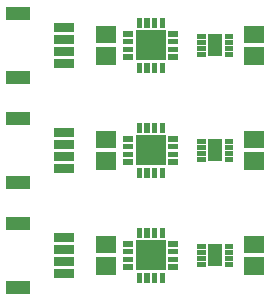
<source format=gbr>
G04 start of page 7 for group -4063 idx -4063 *
G04 Title: (unknown), componentmask *
G04 Creator: pcb 20140316 *
G04 CreationDate: Wed 28 Nov 2018 04:36:04 PM GMT UTC *
G04 For: railfan *
G04 Format: Gerber/RS-274X *
G04 PCB-Dimensions (mil): 900.00 970.00 *
G04 PCB-Coordinate-Origin: lower left *
%MOIN*%
%FSLAX25Y25*%
%LNTOPMASK*%
%ADD38R,0.0454X0.0454*%
%ADD37R,0.0414X0.0414*%
%ADD36R,0.0158X0.0158*%
%ADD35R,0.0572X0.0572*%
%ADD34C,0.0001*%
%ADD33R,0.0178X0.0178*%
%ADD32R,0.0444X0.0444*%
%ADD31R,0.0296X0.0296*%
G54D31*X18130Y89406D02*X21870D01*
X18130Y85469D02*X21870D01*
X18130Y81531D02*X21870D01*
X18130Y77594D02*X21870D01*
G54D32*X3120Y72919D02*X6368D01*
X3120Y94081D02*X6368D01*
G54D31*X18130Y54406D02*X21870D01*
X18130Y50469D02*X21870D01*
X18130Y46531D02*X21870D01*
X18130Y42594D02*X21870D01*
X18130Y19406D02*X21870D01*
X18130Y15469D02*X21870D01*
X18130Y11531D02*X21870D01*
X18130Y7594D02*X21870D01*
G54D32*X3120Y37919D02*X6368D01*
X3120Y59081D02*X6368D01*
X3120Y2919D02*X6368D01*
X3120Y24081D02*X6368D01*
G54D33*X55693Y44661D02*X57268D01*
X45161Y41807D02*Y40232D01*
X47720Y41807D02*Y40232D01*
X50280Y41807D02*Y40232D01*
X52839Y41807D02*Y40232D01*
X55693Y47220D02*X57268D01*
X40732D02*X42307D01*
G54D34*G36*
X43976Y53524D02*Y43476D01*
X54024D01*
Y53524D01*
X43976D01*
G37*
G36*
Y43476D01*
X54024D01*
Y53524D01*
X43976D01*
G37*
G54D33*X55693Y49780D02*X57268D01*
X40732D02*X42307D01*
X55693Y52339D02*X57268D01*
X52839Y56768D02*Y55193D01*
X50280Y56768D02*Y55193D01*
X47720Y56768D02*Y55193D01*
X45161Y56768D02*Y55193D01*
X40732Y52339D02*X42307D01*
X40732Y44661D02*X42307D01*
G54D35*X33607Y44957D02*X34393D01*
X33607Y52043D02*X34393D01*
G54D33*X55693Y9661D02*X57268D01*
X55693Y12220D02*X57268D01*
X55693Y14780D02*X57268D01*
G54D34*G36*
X43976Y18524D02*Y8476D01*
X54024D01*
Y18524D01*
X43976D01*
G37*
G36*
Y8476D01*
X54024D01*
Y18524D01*
X43976D01*
G37*
G54D33*X55693Y17339D02*X57268D01*
X40732D02*X42307D01*
G54D36*X65283Y16453D02*X66465D01*
X65283Y14484D02*X66465D01*
G54D33*X52839Y21768D02*Y20193D01*
Y6807D02*Y5232D01*
X50280Y21768D02*Y20193D01*
Y6807D02*Y5232D01*
G54D36*X65283Y12516D02*X66465D01*
X65283Y10547D02*X66465D01*
X74535D02*X75717D01*
X74535Y12516D02*X75717D01*
X74535Y14484D02*X75717D01*
X74535Y16453D02*X75717D01*
G54D37*X70500Y14878D02*Y12122D01*
G54D38*Y14878D02*Y12122D01*
G54D35*X83107Y9957D02*X83893D01*
X83107Y17043D02*X83893D01*
G54D33*X47720Y21768D02*Y20193D01*
X45161Y21768D02*Y20193D01*
Y6807D02*Y5232D01*
X47720Y6807D02*Y5232D01*
X40732Y14780D02*X42307D01*
X40732Y12220D02*X42307D01*
X40732Y9661D02*X42307D01*
G54D35*X33607Y9957D02*X34393D01*
X33607Y17043D02*X34393D01*
G54D33*X55693Y79661D02*X57268D01*
X45161Y76807D02*Y75232D01*
X47720Y76807D02*Y75232D01*
X50280Y76807D02*Y75232D01*
X52839Y76807D02*Y75232D01*
X55693Y82220D02*X57268D01*
X40732D02*X42307D01*
X55693Y84780D02*X57268D01*
X40732D02*X42307D01*
G54D36*X65283Y84484D02*X66465D01*
X74535D02*X75717D01*
G54D33*X55693Y87339D02*X57268D01*
X40732D02*X42307D01*
G54D36*X65283Y86453D02*X66465D01*
X74535D02*X75717D01*
G54D33*X52839Y91768D02*Y90193D01*
X50280Y91768D02*Y90193D01*
X47720Y91768D02*Y90193D01*
X45161Y91768D02*Y90193D01*
G54D34*G36*
X43976Y88524D02*Y78476D01*
X54024D01*
Y88524D01*
X43976D01*
G37*
G36*
Y78476D01*
X54024D01*
Y88524D01*
X43976D01*
G37*
G54D33*X40732Y79661D02*X42307D01*
G54D35*X33607Y79957D02*X34393D01*
X33607Y87043D02*X34393D01*
G54D36*X65283Y82516D02*X66465D01*
X65283Y80547D02*X66465D01*
G54D37*X70500Y84878D02*Y82122D01*
G54D38*Y84878D02*Y82122D01*
G54D36*X74535Y80547D02*X75717D01*
X74535Y82516D02*X75717D01*
G54D35*X83107Y79957D02*X83893D01*
X83107Y87043D02*X83893D01*
G54D36*X65283Y51453D02*X66465D01*
X65283Y49484D02*X66465D01*
X65283Y47516D02*X66465D01*
X65283Y45547D02*X66465D01*
G54D37*X70500Y49878D02*Y47122D01*
G54D38*Y49878D02*Y47122D01*
G54D36*X74535Y45547D02*X75717D01*
X74535Y47516D02*X75717D01*
X74535Y49484D02*X75717D01*
X74535Y51453D02*X75717D01*
G54D35*X83107Y44957D02*X83893D01*
X83107Y52043D02*X83893D01*
M02*

</source>
